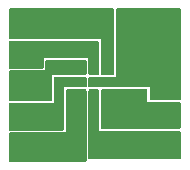
<source format=gbr>
%TF.GenerationSoftware,KiCad,Pcbnew,(6.0.4)*%
%TF.CreationDate,2023-08-09T15:54:22-04:00*%
%TF.ProjectId,ENS160,454e5331-3630-42e6-9b69-6361645f7063,rev?*%
%TF.SameCoordinates,Original*%
%TF.FileFunction,Copper,L1,Top*%
%TF.FilePolarity,Positive*%
%FSLAX46Y46*%
G04 Gerber Fmt 4.6, Leading zero omitted, Abs format (unit mm)*
G04 Created by KiCad (PCBNEW (6.0.4)) date 2023-08-09 15:54:22*
%MOMM*%
%LPD*%
G01*
G04 APERTURE LIST*
%TA.AperFunction,ComponentPad*%
%ADD10R,1.700000X1.700000*%
%TD*%
%TA.AperFunction,ComponentPad*%
%ADD11O,1.700000X1.700000*%
%TD*%
%TA.AperFunction,SMDPad,CuDef*%
%ADD12R,0.700000X0.700000*%
%TD*%
G04 APERTURE END LIST*
D10*
%TO.P,J1,1,Pin_1*%
%TO.N,+3V3*%
X137975000Y-104300000D03*
D11*
%TO.P,J1,2,Pin_2*%
%TO.N,+1V8*%
X137975000Y-101760000D03*
%TO.P,J1,3,Pin_3*%
%TO.N,Net-(J1-Pad3)*%
X137975000Y-99220000D03*
%TO.P,J1,4,Pin_4*%
%TO.N,Net-(J1-Pad4)*%
X137975000Y-96680000D03*
%TO.P,J1,5,Pin_5*%
%TO.N,Net-(J1-Pad5)*%
X137975000Y-94140000D03*
%TD*%
D10*
%TO.P,J2,1,Pin_1*%
%TO.N,Net-(J2-Pad1)*%
X149925000Y-104150000D03*
D11*
%TO.P,J2,2,Pin_2*%
%TO.N,Net-(J2-Pad2)*%
X149925000Y-101610000D03*
%TO.P,J2,3,Pin_3*%
%TO.N,GND*%
X149925000Y-99070000D03*
%TO.P,J2,4,Pin_4*%
X149925000Y-96530000D03*
%TO.P,J2,5,Pin_5*%
X149925000Y-93990000D03*
%TD*%
D12*
%TO.P,U1,1,MOSI/SDA*%
%TO.N,Net-(J1-Pad5)*%
X144900000Y-97875000D03*
%TO.P,U1,2,SCLK/SCL*%
%TO.N,Net-(J1-Pad4)*%
X143850000Y-97875000D03*
%TO.P,U1,3,MISO/ADDR*%
%TO.N,Net-(J1-Pad3)*%
X142800000Y-97875000D03*
%TO.P,U1,4,VDD*%
%TO.N,+1V8*%
X142800000Y-98925000D03*
%TO.P,U1,5,VDDIO*%
%TO.N,+3V3*%
X142800000Y-99975000D03*
%TO.P,U1,6,INTn*%
%TO.N,Net-(J2-Pad1)*%
X143850000Y-99975000D03*
%TO.P,U1,7,CSn*%
%TO.N,Net-(J2-Pad2)*%
X144900000Y-99975000D03*
%TO.P,U1,8,VSS*%
%TO.N,GND*%
X144900000Y-98925000D03*
%TO.P,U1,9,VSS*%
X143850000Y-98925000D03*
%TD*%
%TA.AperFunction,Conductor*%
%TO.N,Net-(J1-Pad3)*%
G36*
X143192121Y-97020002D02*
G01*
X143238614Y-97073658D01*
X143250000Y-97126000D01*
X143250000Y-98174000D01*
X143229998Y-98242121D01*
X143176342Y-98288614D01*
X143124000Y-98300000D01*
X140350000Y-98300000D01*
X140350000Y-100374000D01*
X140329998Y-100442121D01*
X140276342Y-100488614D01*
X140224000Y-100500000D01*
X136776000Y-100500000D01*
X136707879Y-100479998D01*
X136661386Y-100426342D01*
X136650000Y-100374000D01*
X136650000Y-98026000D01*
X136670002Y-97957879D01*
X136723658Y-97911386D01*
X136776000Y-97900000D01*
X139750000Y-97900000D01*
X139750000Y-97126000D01*
X139770002Y-97057879D01*
X139823658Y-97011386D01*
X139876000Y-97000000D01*
X143124000Y-97000000D01*
X143192121Y-97020002D01*
G37*
%TD.AperFunction*%
%TD*%
%TA.AperFunction,Conductor*%
%TO.N,+3V3*%
G36*
X143192121Y-99520002D02*
G01*
X143238614Y-99573658D01*
X143250000Y-99626000D01*
X143250000Y-105524000D01*
X143229998Y-105592121D01*
X143176342Y-105638614D01*
X143124000Y-105650000D01*
X136826000Y-105650000D01*
X136757879Y-105629998D01*
X136711386Y-105576342D01*
X136700000Y-105524000D01*
X136700000Y-103276000D01*
X136720002Y-103207879D01*
X136773658Y-103161386D01*
X136826000Y-103150000D01*
X141500000Y-103150000D01*
X141500000Y-99626000D01*
X141520002Y-99557879D01*
X141573658Y-99511386D01*
X141626000Y-99500000D01*
X143124000Y-99500000D01*
X143192121Y-99520002D01*
G37*
%TD.AperFunction*%
%TD*%
%TA.AperFunction,Conductor*%
%TO.N,Net-(J2-Pad1)*%
G36*
X144242121Y-99520002D02*
G01*
X144288614Y-99573658D01*
X144300000Y-99626000D01*
X144300000Y-103000000D01*
X151074000Y-103000000D01*
X151142121Y-103020002D01*
X151188614Y-103073658D01*
X151200000Y-103126000D01*
X151200000Y-105324000D01*
X151179998Y-105392121D01*
X151126342Y-105438614D01*
X151074000Y-105450000D01*
X143526000Y-105450000D01*
X143457879Y-105429998D01*
X143411386Y-105376342D01*
X143400000Y-105324000D01*
X143400000Y-99626000D01*
X143420002Y-99557879D01*
X143473658Y-99511386D01*
X143526000Y-99500000D01*
X144174000Y-99500000D01*
X144242121Y-99520002D01*
G37*
%TD.AperFunction*%
%TD*%
%TA.AperFunction,Conductor*%
%TO.N,+1V8*%
G36*
X143192121Y-98470002D02*
G01*
X143238614Y-98523658D01*
X143250000Y-98576000D01*
X143250000Y-99224000D01*
X143229998Y-99292121D01*
X143176342Y-99338614D01*
X143124000Y-99350000D01*
X141350000Y-99350000D01*
X141350000Y-102874000D01*
X141329998Y-102942121D01*
X141276342Y-102988614D01*
X141224000Y-103000000D01*
X136778709Y-103000000D01*
X136710588Y-102979998D01*
X136664095Y-102926342D01*
X136652738Y-102871320D01*
X136697376Y-100773320D01*
X136718822Y-100705640D01*
X136773455Y-100660299D01*
X136823347Y-100650000D01*
X140500000Y-100650000D01*
X140500000Y-98576000D01*
X140520002Y-98507879D01*
X140573658Y-98461386D01*
X140626000Y-98450000D01*
X143124000Y-98450000D01*
X143192121Y-98470002D01*
G37*
%TD.AperFunction*%
%TD*%
%TA.AperFunction,Conductor*%
%TO.N,Net-(J1-Pad5)*%
G36*
X145542121Y-92670002D02*
G01*
X145588614Y-92723658D01*
X145600000Y-92776000D01*
X145600000Y-98174000D01*
X145579998Y-98242121D01*
X145526342Y-98288614D01*
X145474000Y-98300000D01*
X144576000Y-98300000D01*
X144507879Y-98279998D01*
X144461386Y-98226342D01*
X144450000Y-98174000D01*
X144450000Y-95250000D01*
X136776000Y-95250000D01*
X136707879Y-95229998D01*
X136661386Y-95176342D01*
X136650000Y-95124000D01*
X136650000Y-92776000D01*
X136670002Y-92707879D01*
X136723658Y-92661386D01*
X136776000Y-92650000D01*
X145474000Y-92650000D01*
X145542121Y-92670002D01*
G37*
%TD.AperFunction*%
%TD*%
%TA.AperFunction,Conductor*%
%TO.N,Net-(J1-Pad4)*%
G36*
X144242121Y-95420002D02*
G01*
X144288614Y-95473658D01*
X144300000Y-95526000D01*
X144300000Y-98174000D01*
X144279998Y-98242121D01*
X144226342Y-98288614D01*
X144174000Y-98300000D01*
X143526000Y-98300000D01*
X143457879Y-98279998D01*
X143411386Y-98226342D01*
X143400000Y-98174000D01*
X143400000Y-96850000D01*
X139600000Y-96850000D01*
X139600000Y-97624000D01*
X139579998Y-97692121D01*
X139526342Y-97738614D01*
X139474000Y-97750000D01*
X136776000Y-97750000D01*
X136707879Y-97729998D01*
X136661386Y-97676342D01*
X136650000Y-97624000D01*
X136650000Y-95526000D01*
X136670002Y-95457879D01*
X136723658Y-95411386D01*
X136776000Y-95400000D01*
X144174000Y-95400000D01*
X144242121Y-95420002D01*
G37*
%TD.AperFunction*%
%TD*%
%TA.AperFunction,Conductor*%
%TO.N,GND*%
G36*
X151192121Y-92670002D02*
G01*
X151238614Y-92723658D01*
X151250000Y-92776000D01*
X151250000Y-100274000D01*
X151229998Y-100342121D01*
X151176342Y-100388614D01*
X151124000Y-100400000D01*
X148726000Y-100400000D01*
X148657879Y-100379998D01*
X148611386Y-100326342D01*
X148600000Y-100274000D01*
X148600000Y-99350000D01*
X143526000Y-99350000D01*
X143457879Y-99329998D01*
X143411386Y-99276342D01*
X143400000Y-99224000D01*
X143400000Y-98576000D01*
X143420002Y-98507879D01*
X143473658Y-98461386D01*
X143526000Y-98450000D01*
X145750000Y-98450000D01*
X145750000Y-92776000D01*
X145770002Y-92707879D01*
X145823658Y-92661386D01*
X145876000Y-92650000D01*
X151124000Y-92650000D01*
X151192121Y-92670002D01*
G37*
%TD.AperFunction*%
%TD*%
%TA.AperFunction,Conductor*%
%TO.N,Net-(J2-Pad2)*%
G36*
X148342121Y-99520002D02*
G01*
X148388614Y-99573658D01*
X148400000Y-99626000D01*
X148400000Y-100550000D01*
X151074000Y-100550000D01*
X151142121Y-100570002D01*
X151188614Y-100623658D01*
X151200000Y-100676000D01*
X151200000Y-102724000D01*
X151179998Y-102792121D01*
X151126342Y-102838614D01*
X151074000Y-102850000D01*
X144576000Y-102850000D01*
X144507879Y-102829998D01*
X144461386Y-102776342D01*
X144450000Y-102724000D01*
X144450000Y-99626000D01*
X144470002Y-99557879D01*
X144523658Y-99511386D01*
X144576000Y-99500000D01*
X148274000Y-99500000D01*
X148342121Y-99520002D01*
G37*
%TD.AperFunction*%
%TD*%
M02*

</source>
